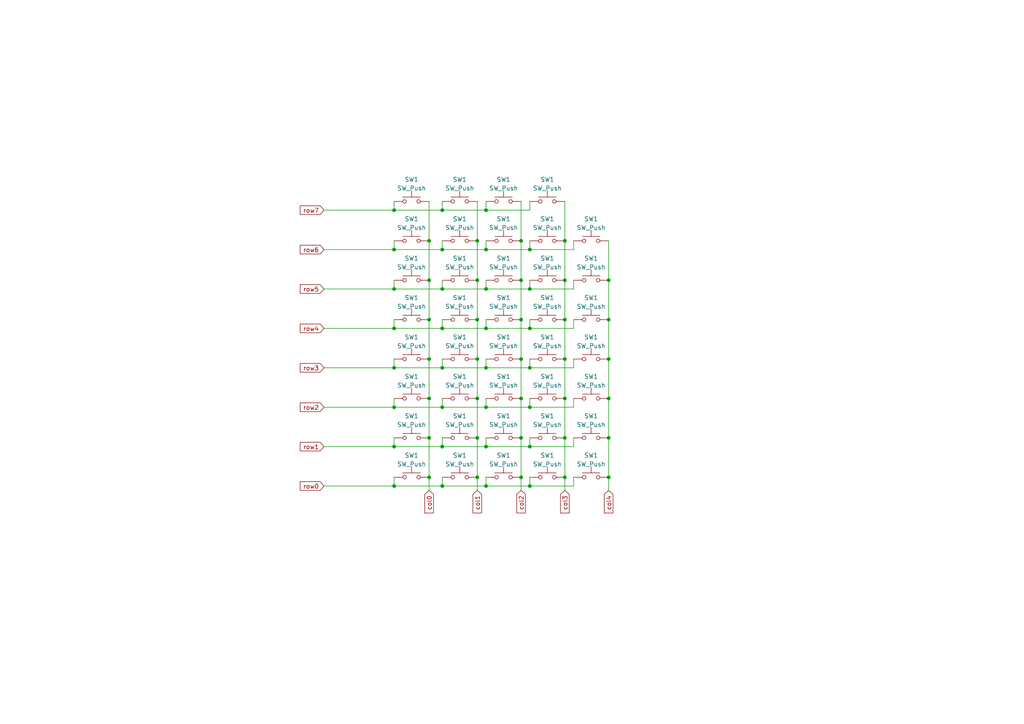
<source format=kicad_sch>
(kicad_sch (version 20230121) (generator eeschema)

  (uuid 0451cfb5-5bee-4c84-ab0e-bcae75191b85)

  (paper "A4")

  (lib_symbols
    (symbol "Switch:SW_Push" (pin_numbers hide) (pin_names (offset 1.016) hide) (in_bom yes) (on_board yes)
      (property "Reference" "SW" (at 1.27 2.54 0)
        (effects (font (size 1.27 1.27)) (justify left))
      )
      (property "Value" "SW_Push" (at 0 -1.524 0)
        (effects (font (size 1.27 1.27)))
      )
      (property "Footprint" "" (at 0 5.08 0)
        (effects (font (size 1.27 1.27)) hide)
      )
      (property "Datasheet" "~" (at 0 5.08 0)
        (effects (font (size 1.27 1.27)) hide)
      )
      (property "ki_keywords" "switch normally-open pushbutton push-button" (at 0 0 0)
        (effects (font (size 1.27 1.27)) hide)
      )
      (property "ki_description" "Push button switch, generic, two pins" (at 0 0 0)
        (effects (font (size 1.27 1.27)) hide)
      )
      (symbol "SW_Push_0_1"
        (circle (center -2.032 0) (radius 0.508)
          (stroke (width 0) (type default))
          (fill (type none))
        )
        (polyline
          (pts
            (xy 0 1.27)
            (xy 0 3.048)
          )
          (stroke (width 0) (type default))
          (fill (type none))
        )
        (polyline
          (pts
            (xy 2.54 1.27)
            (xy -2.54 1.27)
          )
          (stroke (width 0) (type default))
          (fill (type none))
        )
        (circle (center 2.032 0) (radius 0.508)
          (stroke (width 0) (type default))
          (fill (type none))
        )
        (pin passive line (at -5.08 0 0) (length 2.54)
          (name "1" (effects (font (size 1.27 1.27))))
          (number "1" (effects (font (size 1.27 1.27))))
        )
        (pin passive line (at 5.08 0 180) (length 2.54)
          (name "2" (effects (font (size 1.27 1.27))))
          (number "2" (effects (font (size 1.27 1.27))))
        )
      )
    )
  )

  (junction (at 153.67 140.97) (diameter 0) (color 0 0 0 0)
    (uuid 0290ca77-9135-4af9-888a-263ee3c17c67)
  )
  (junction (at 124.46 127) (diameter 0) (color 0 0 0 0)
    (uuid 0342843d-5d1c-4ddd-99d0-524081e1126f)
  )
  (junction (at 151.13 104.14) (diameter 0) (color 0 0 0 0)
    (uuid 0f35f68a-ab26-4703-a86e-c65d1db236c5)
  )
  (junction (at 124.46 104.14) (diameter 0) (color 0 0 0 0)
    (uuid 10498e83-9708-4c9a-9928-c879f535cc5f)
  )
  (junction (at 128.27 106.68) (diameter 0) (color 0 0 0 0)
    (uuid 16a90266-08c1-4b30-926c-d3633ae2b48a)
  )
  (junction (at 124.46 81.28) (diameter 0) (color 0 0 0 0)
    (uuid 1c658c50-3170-4d1e-9056-2115d5f8857f)
  )
  (junction (at 151.13 115.57) (diameter 0) (color 0 0 0 0)
    (uuid 1dd0252c-cef4-4b0b-8fc8-7c1b6bac482c)
  )
  (junction (at 114.3 118.11) (diameter 0) (color 0 0 0 0)
    (uuid 21a60116-d988-4b9a-83f4-ae73a101f55c)
  )
  (junction (at 151.13 127) (diameter 0) (color 0 0 0 0)
    (uuid 24baf6ac-15fa-4bac-9a46-385f38c298fd)
  )
  (junction (at 163.83 115.57) (diameter 0) (color 0 0 0 0)
    (uuid 287b6da2-2183-4437-8cc6-6a4bf2eb59f2)
  )
  (junction (at 128.27 129.54) (diameter 0) (color 0 0 0 0)
    (uuid 2a40f40e-e7bd-4673-b14a-06ba754e87a4)
  )
  (junction (at 128.27 140.97) (diameter 0) (color 0 0 0 0)
    (uuid 2ab3af4c-d2a8-46a6-bcb4-c9ed79bc256b)
  )
  (junction (at 140.97 83.82) (diameter 0) (color 0 0 0 0)
    (uuid 2ecb3c7e-8a4f-4de5-9c1f-f865e83bdbbb)
  )
  (junction (at 163.83 92.71) (diameter 0) (color 0 0 0 0)
    (uuid 2f1b9c59-86c0-4075-a473-6b7611e04763)
  )
  (junction (at 114.3 95.25) (diameter 0) (color 0 0 0 0)
    (uuid 2f9c06f3-d940-4b75-ab50-152538d61c75)
  )
  (junction (at 124.46 69.85) (diameter 0) (color 0 0 0 0)
    (uuid 30673791-1825-4795-87a6-71bba8641d87)
  )
  (junction (at 140.97 72.39) (diameter 0) (color 0 0 0 0)
    (uuid 328bdf0f-a024-4ecd-aba9-5de51c0aee97)
  )
  (junction (at 153.67 106.68) (diameter 0) (color 0 0 0 0)
    (uuid 3e559733-05dd-424e-a77d-e073c6c58e80)
  )
  (junction (at 176.53 127) (diameter 0) (color 0 0 0 0)
    (uuid 434f182e-966b-41cb-b46c-dd4fa9161178)
  )
  (junction (at 151.13 69.85) (diameter 0) (color 0 0 0 0)
    (uuid 46f87509-4dd1-4c31-9626-9c68dd0f1c73)
  )
  (junction (at 153.67 72.39) (diameter 0) (color 0 0 0 0)
    (uuid 48ecca04-3466-432c-ab85-60695b0db228)
  )
  (junction (at 140.97 95.25) (diameter 0) (color 0 0 0 0)
    (uuid 596787ec-3d44-40ef-865e-e57cc69ca9d6)
  )
  (junction (at 128.27 95.25) (diameter 0) (color 0 0 0 0)
    (uuid 682c1c11-4033-4c66-a33c-b58dbc6a4de6)
  )
  (junction (at 153.67 83.82) (diameter 0) (color 0 0 0 0)
    (uuid 6964c72d-8c24-49bb-9fab-89f39f906b94)
  )
  (junction (at 138.43 138.43) (diameter 0) (color 0 0 0 0)
    (uuid 698abbe1-a625-41f8-b76c-869e7b9a8fb3)
  )
  (junction (at 153.67 95.25) (diameter 0) (color 0 0 0 0)
    (uuid 6fa1030f-ff56-4a59-97c0-9f00fe7cd74e)
  )
  (junction (at 128.27 60.96) (diameter 0) (color 0 0 0 0)
    (uuid 6ff51dea-e781-4c58-8321-eaa3feb3be41)
  )
  (junction (at 163.83 104.14) (diameter 0) (color 0 0 0 0)
    (uuid 712cd175-503b-4c7e-8621-1b009f335f83)
  )
  (junction (at 151.13 138.43) (diameter 0) (color 0 0 0 0)
    (uuid 8751050d-a7ba-4859-a096-41aa6f0761c0)
  )
  (junction (at 140.97 129.54) (diameter 0) (color 0 0 0 0)
    (uuid 880ab085-cfd6-4dcd-ae99-1d324990a9ed)
  )
  (junction (at 140.97 106.68) (diameter 0) (color 0 0 0 0)
    (uuid 8d9ed2eb-7728-4a51-a54b-ac5272d6be02)
  )
  (junction (at 163.83 81.28) (diameter 0) (color 0 0 0 0)
    (uuid 8f54a1c5-f4fc-4ae3-9ec0-dcf656d7d745)
  )
  (junction (at 114.3 60.96) (diameter 0) (color 0 0 0 0)
    (uuid 8ffb3f9b-f5b1-400d-8377-2e6ec6107b90)
  )
  (junction (at 124.46 138.43) (diameter 0) (color 0 0 0 0)
    (uuid 9579b17b-1bd7-4b32-aa6c-1f792af73fbf)
  )
  (junction (at 153.67 118.11) (diameter 0) (color 0 0 0 0)
    (uuid 97c8b8b4-c71d-49d0-8a79-5c177670ec2c)
  )
  (junction (at 138.43 115.57) (diameter 0) (color 0 0 0 0)
    (uuid 9822a968-6ca1-4088-9185-32ebbcd783c6)
  )
  (junction (at 153.67 129.54) (diameter 0) (color 0 0 0 0)
    (uuid 99ba5ac9-5558-452f-9859-399e6e5b2b80)
  )
  (junction (at 128.27 72.39) (diameter 0) (color 0 0 0 0)
    (uuid a2c357f4-b95d-425c-84f1-5b4fb7680a17)
  )
  (junction (at 176.53 92.71) (diameter 0) (color 0 0 0 0)
    (uuid b1204f11-4b08-4058-bcb7-6eab41146b8c)
  )
  (junction (at 128.27 83.82) (diameter 0) (color 0 0 0 0)
    (uuid b19f9d4e-e93b-4f7c-9269-419689b04a8d)
  )
  (junction (at 163.83 69.85) (diameter 0) (color 0 0 0 0)
    (uuid b4b72aae-3418-471d-85e9-41228b571445)
  )
  (junction (at 176.53 138.43) (diameter 0) (color 0 0 0 0)
    (uuid b60b9036-672f-4a9b-9d73-dd3309ecc270)
  )
  (junction (at 176.53 115.57) (diameter 0) (color 0 0 0 0)
    (uuid ba577978-19b2-438a-98fe-156e52a9ce38)
  )
  (junction (at 138.43 104.14) (diameter 0) (color 0 0 0 0)
    (uuid bba77d97-b806-4a01-9908-86d8554702d9)
  )
  (junction (at 124.46 92.71) (diameter 0) (color 0 0 0 0)
    (uuid be8627c8-bd73-44c1-a941-2c88463da5b4)
  )
  (junction (at 128.27 118.11) (diameter 0) (color 0 0 0 0)
    (uuid c542acbc-1ed4-4f81-b78b-10451d95bdf2)
  )
  (junction (at 176.53 81.28) (diameter 0) (color 0 0 0 0)
    (uuid c62513a1-42fe-43bb-bd0b-2871eb046f4f)
  )
  (junction (at 114.3 129.54) (diameter 0) (color 0 0 0 0)
    (uuid c9d3c54d-c173-48b1-923a-a9bd82982d8d)
  )
  (junction (at 140.97 60.96) (diameter 0) (color 0 0 0 0)
    (uuid ccb96276-45f2-40ad-9c6f-e1647393ab9d)
  )
  (junction (at 140.97 118.11) (diameter 0) (color 0 0 0 0)
    (uuid d5233833-ef8d-45cd-b5ab-a31423364f29)
  )
  (junction (at 114.3 106.68) (diameter 0) (color 0 0 0 0)
    (uuid d6311199-af12-452b-8a8c-8db650e1ba81)
  )
  (junction (at 176.53 104.14) (diameter 0) (color 0 0 0 0)
    (uuid d79ff43a-d69b-4684-ac4a-cd3ea639eb74)
  )
  (junction (at 163.83 138.43) (diameter 0) (color 0 0 0 0)
    (uuid d9cdd186-5185-4047-9033-913a46f8c6f2)
  )
  (junction (at 138.43 127) (diameter 0) (color 0 0 0 0)
    (uuid dc0b237a-2c17-4b09-a0bf-4a10777bdc23)
  )
  (junction (at 140.97 140.97) (diameter 0) (color 0 0 0 0)
    (uuid e3b7f503-63a3-429f-a3a4-32ec9349e4ae)
  )
  (junction (at 114.3 140.97) (diameter 0) (color 0 0 0 0)
    (uuid e53798d4-42e7-4bfe-a0c2-4d3e790c2229)
  )
  (junction (at 151.13 81.28) (diameter 0) (color 0 0 0 0)
    (uuid e80abcb9-9542-4cd0-ac14-4e07369867fe)
  )
  (junction (at 163.83 127) (diameter 0) (color 0 0 0 0)
    (uuid e9b505a9-dcb7-499f-b7d4-8ae3726662c3)
  )
  (junction (at 138.43 81.28) (diameter 0) (color 0 0 0 0)
    (uuid eb890362-5b97-4728-8235-6bd6d58e2dd6)
  )
  (junction (at 151.13 92.71) (diameter 0) (color 0 0 0 0)
    (uuid ec85435b-7b53-4058-a9fa-3d0c7f28d185)
  )
  (junction (at 114.3 83.82) (diameter 0) (color 0 0 0 0)
    (uuid eca9c57f-0efc-499b-8e63-47354759c9b1)
  )
  (junction (at 138.43 69.85) (diameter 0) (color 0 0 0 0)
    (uuid f2baf9bb-7dd1-43a4-a0fa-876bbd20e4c6)
  )
  (junction (at 138.43 92.71) (diameter 0) (color 0 0 0 0)
    (uuid fe7c2b7a-8c15-42ba-bda9-5a1547d9845a)
  )
  (junction (at 124.46 115.57) (diameter 0) (color 0 0 0 0)
    (uuid fea6c9af-1cb9-430e-bb36-67510bf38e1f)
  )
  (junction (at 114.3 72.39) (diameter 0) (color 0 0 0 0)
    (uuid ff70b02a-af8e-4ea9-9e53-c5319e0ec720)
  )

  (wire (pts (xy 153.67 69.85) (xy 153.67 72.39))
    (stroke (width 0) (type default))
    (uuid 006734d2-7630-4b3a-b6cd-82ca2dc02ce4)
  )
  (wire (pts (xy 153.67 83.82) (xy 166.37 83.82))
    (stroke (width 0) (type default))
    (uuid 00b80838-b6ac-4627-b182-b6760e434f46)
  )
  (wire (pts (xy 114.3 92.71) (xy 114.3 95.25))
    (stroke (width 0) (type default))
    (uuid 01cf02b3-a034-4f2d-bc99-48fb0bbe07e6)
  )
  (wire (pts (xy 93.98 118.11) (xy 114.3 118.11))
    (stroke (width 0) (type default))
    (uuid 024af5e8-4018-404d-b47d-564240bc06bc)
  )
  (wire (pts (xy 153.67 104.14) (xy 153.67 106.68))
    (stroke (width 0) (type default))
    (uuid 05309f1c-eec2-423b-ad17-05fd194fae12)
  )
  (wire (pts (xy 114.3 83.82) (xy 128.27 83.82))
    (stroke (width 0) (type default))
    (uuid 07c0bcdc-d5e2-412a-bef0-a9b950de5a83)
  )
  (wire (pts (xy 151.13 58.42) (xy 151.13 69.85))
    (stroke (width 0) (type default))
    (uuid 0879de66-e650-4563-9604-866322772f01)
  )
  (wire (pts (xy 114.3 72.39) (xy 128.27 72.39))
    (stroke (width 0) (type default))
    (uuid 0d34e34b-9c33-4b11-bc5c-eec3e10ae4a9)
  )
  (wire (pts (xy 140.97 118.11) (xy 153.67 118.11))
    (stroke (width 0) (type default))
    (uuid 0e0fa003-639a-4062-9eab-bd7bdf052086)
  )
  (wire (pts (xy 176.53 69.85) (xy 176.53 81.28))
    (stroke (width 0) (type default))
    (uuid 143384d5-47ff-45d9-9b6d-e4ac44b342e0)
  )
  (wire (pts (xy 128.27 127) (xy 128.27 129.54))
    (stroke (width 0) (type default))
    (uuid 16c86368-df68-421a-a6dc-4d6ccec5d368)
  )
  (wire (pts (xy 140.97 69.85) (xy 140.97 72.39))
    (stroke (width 0) (type default))
    (uuid 16f08c9f-11ab-4ab6-8ec8-d36cdb75317c)
  )
  (wire (pts (xy 114.3 127) (xy 114.3 129.54))
    (stroke (width 0) (type default))
    (uuid 176e2f61-5438-4720-b64b-f6c6764a65a7)
  )
  (wire (pts (xy 166.37 104.14) (xy 166.37 106.68))
    (stroke (width 0) (type default))
    (uuid 1a582abd-e6b8-4e81-9d14-487e8d391244)
  )
  (wire (pts (xy 128.27 129.54) (xy 140.97 129.54))
    (stroke (width 0) (type default))
    (uuid 1d252746-19d3-4460-b03f-75d007e5bc2f)
  )
  (wire (pts (xy 140.97 106.68) (xy 153.67 106.68))
    (stroke (width 0) (type default))
    (uuid 1e663309-0768-41da-8958-ae3b599cda97)
  )
  (wire (pts (xy 93.98 95.25) (xy 114.3 95.25))
    (stroke (width 0) (type default))
    (uuid 20226984-1291-4529-80a7-9a3105be2b99)
  )
  (wire (pts (xy 163.83 115.57) (xy 163.83 127))
    (stroke (width 0) (type default))
    (uuid 259c1fcd-3dfd-4656-9ea9-cfed69b0c401)
  )
  (wire (pts (xy 163.83 92.71) (xy 163.83 104.14))
    (stroke (width 0) (type default))
    (uuid 267500d1-d5cf-4990-95e3-a3069f7d7981)
  )
  (wire (pts (xy 176.53 92.71) (xy 176.53 104.14))
    (stroke (width 0) (type default))
    (uuid 29477f23-da47-4102-abc7-5738355c9b5a)
  )
  (wire (pts (xy 163.83 138.43) (xy 163.83 142.24))
    (stroke (width 0) (type default))
    (uuid 2aa0fbb4-fbf2-4a28-8633-af982eb9fb76)
  )
  (wire (pts (xy 114.3 138.43) (xy 114.3 140.97))
    (stroke (width 0) (type default))
    (uuid 2af1493e-cc6c-45a5-bfc2-5d5b4fc62cda)
  )
  (wire (pts (xy 140.97 127) (xy 140.97 129.54))
    (stroke (width 0) (type default))
    (uuid 2cb5aa7f-e10e-435b-86f2-3ca0f7a3ad07)
  )
  (wire (pts (xy 153.67 140.97) (xy 166.37 140.97))
    (stroke (width 0) (type default))
    (uuid 2db0914d-b9e4-4137-b01b-62d2b2e26570)
  )
  (wire (pts (xy 163.83 69.85) (xy 163.83 81.28))
    (stroke (width 0) (type default))
    (uuid 2dee5b8c-a26e-4638-97b8-3ce307f87c47)
  )
  (wire (pts (xy 124.46 138.43) (xy 124.46 142.24))
    (stroke (width 0) (type default))
    (uuid 2e581b5b-1d8a-4f6b-a28a-c53a2e1a5375)
  )
  (wire (pts (xy 128.27 115.57) (xy 128.27 118.11))
    (stroke (width 0) (type default))
    (uuid 2e8aec8f-e9dc-4af2-bc4a-e6c55743ffe6)
  )
  (wire (pts (xy 140.97 95.25) (xy 153.67 95.25))
    (stroke (width 0) (type default))
    (uuid 3000ed8d-d9a4-4fdb-8db4-10d746755ff9)
  )
  (wire (pts (xy 140.97 92.71) (xy 140.97 95.25))
    (stroke (width 0) (type default))
    (uuid 32e1ccd1-ac9b-4ce7-97a7-a380f86fcfc2)
  )
  (wire (pts (xy 124.46 115.57) (xy 124.46 127))
    (stroke (width 0) (type default))
    (uuid 34466d46-fc2c-4d1c-afd4-aaa49710345c)
  )
  (wire (pts (xy 124.46 58.42) (xy 124.46 69.85))
    (stroke (width 0) (type default))
    (uuid 37773953-5249-4f9b-a49f-2e15c99a53d2)
  )
  (wire (pts (xy 176.53 138.43) (xy 176.53 142.24))
    (stroke (width 0) (type default))
    (uuid 3aeffc37-9f70-44be-a181-7ee58f9aeac2)
  )
  (wire (pts (xy 140.97 104.14) (xy 140.97 106.68))
    (stroke (width 0) (type default))
    (uuid 3b52795c-272b-45bb-b65c-fd30285ea50d)
  )
  (wire (pts (xy 138.43 69.85) (xy 138.43 81.28))
    (stroke (width 0) (type default))
    (uuid 3c01dc88-3f8f-41e4-924c-9bb4eee01c60)
  )
  (wire (pts (xy 124.46 81.28) (xy 124.46 92.71))
    (stroke (width 0) (type default))
    (uuid 3d1fe6f9-1cd0-4b36-bfab-26e40b149aac)
  )
  (wire (pts (xy 124.46 69.85) (xy 124.46 81.28))
    (stroke (width 0) (type default))
    (uuid 3f82d506-9641-4aea-b76e-e2ce01f3df12)
  )
  (wire (pts (xy 166.37 115.57) (xy 166.37 118.11))
    (stroke (width 0) (type default))
    (uuid 3f8a6ede-b689-4464-8a7b-e56602f3d52c)
  )
  (wire (pts (xy 93.98 106.68) (xy 114.3 106.68))
    (stroke (width 0) (type default))
    (uuid 444e5c3f-8a3e-446c-9574-7ca38636d76d)
  )
  (wire (pts (xy 153.67 72.39) (xy 166.37 72.39))
    (stroke (width 0) (type default))
    (uuid 48c3f117-fd0b-4006-8383-8ae139e48b46)
  )
  (wire (pts (xy 128.27 104.14) (xy 128.27 106.68))
    (stroke (width 0) (type default))
    (uuid 48f83106-8663-43f6-8a8f-91334fcbf279)
  )
  (wire (pts (xy 128.27 138.43) (xy 128.27 140.97))
    (stroke (width 0) (type default))
    (uuid 493c9f84-cc6c-4d80-b300-ae5cb686a643)
  )
  (wire (pts (xy 138.43 104.14) (xy 138.43 115.57))
    (stroke (width 0) (type default))
    (uuid 4a3dc950-bcce-4496-ab63-9619e133a205)
  )
  (wire (pts (xy 140.97 60.96) (xy 153.67 60.96))
    (stroke (width 0) (type default))
    (uuid 4c21d43e-6747-4676-b9db-70f29a470415)
  )
  (wire (pts (xy 166.37 81.28) (xy 166.37 83.82))
    (stroke (width 0) (type default))
    (uuid 516b1817-1d0d-44e3-a459-c62c6ff3cfac)
  )
  (wire (pts (xy 151.13 92.71) (xy 151.13 104.14))
    (stroke (width 0) (type default))
    (uuid 557d2a84-4f4c-4e6b-ba26-767acd76fed1)
  )
  (wire (pts (xy 153.67 118.11) (xy 166.37 118.11))
    (stroke (width 0) (type default))
    (uuid 55ebcf0d-1bee-400a-9191-40bec648ce48)
  )
  (wire (pts (xy 114.3 140.97) (xy 128.27 140.97))
    (stroke (width 0) (type default))
    (uuid 56e60e24-d7f8-4c8a-8671-af8537f9cae9)
  )
  (wire (pts (xy 176.53 81.28) (xy 176.53 92.71))
    (stroke (width 0) (type default))
    (uuid 58a2a1cc-89b9-4c87-8d91-aee2b8306ccf)
  )
  (wire (pts (xy 128.27 106.68) (xy 140.97 106.68))
    (stroke (width 0) (type default))
    (uuid 597fb64d-c507-4ecf-9d97-093bf9404310)
  )
  (wire (pts (xy 138.43 127) (xy 138.43 138.43))
    (stroke (width 0) (type default))
    (uuid 5cbee367-5f1f-4698-b426-d09a3ea35964)
  )
  (wire (pts (xy 93.98 129.54) (xy 114.3 129.54))
    (stroke (width 0) (type default))
    (uuid 5e5e27d0-34ce-483b-a62d-e291e2504d57)
  )
  (wire (pts (xy 128.27 72.39) (xy 140.97 72.39))
    (stroke (width 0) (type default))
    (uuid 639ff4bb-0e3b-4542-9f6a-b7acd7f92904)
  )
  (wire (pts (xy 151.13 127) (xy 151.13 138.43))
    (stroke (width 0) (type default))
    (uuid 651b1507-0503-4ca5-bc32-d1f035b27c25)
  )
  (wire (pts (xy 151.13 81.28) (xy 151.13 92.71))
    (stroke (width 0) (type default))
    (uuid 66a3abfc-2996-4e3e-89ae-e71a8be5d554)
  )
  (wire (pts (xy 140.97 72.39) (xy 153.67 72.39))
    (stroke (width 0) (type default))
    (uuid 68f474af-f053-4729-b4d5-b88eec4c2ccd)
  )
  (wire (pts (xy 153.67 92.71) (xy 153.67 95.25))
    (stroke (width 0) (type default))
    (uuid 6dd69c16-c090-4236-bd36-010cb1d4ed66)
  )
  (wire (pts (xy 163.83 104.14) (xy 163.83 115.57))
    (stroke (width 0) (type default))
    (uuid 731bae38-bb34-46b5-90d7-238d8a5f7387)
  )
  (wire (pts (xy 114.3 58.42) (xy 114.3 60.96))
    (stroke (width 0) (type default))
    (uuid 74a8f76b-e187-4241-bd18-511c6bc6700e)
  )
  (wire (pts (xy 93.98 72.39) (xy 114.3 72.39))
    (stroke (width 0) (type default))
    (uuid 753c92e1-5dcc-4962-bb32-6e49ab0803f0)
  )
  (wire (pts (xy 151.13 138.43) (xy 151.13 142.24))
    (stroke (width 0) (type default))
    (uuid 7c6710ff-b5a6-437e-b2e2-fdf00a86fff0)
  )
  (wire (pts (xy 166.37 138.43) (xy 166.37 140.97))
    (stroke (width 0) (type default))
    (uuid 7eb39051-596b-4fdb-8261-010079f991f8)
  )
  (wire (pts (xy 138.43 92.71) (xy 138.43 104.14))
    (stroke (width 0) (type default))
    (uuid 7fc32223-f065-4e34-b977-b8f6c848eaa5)
  )
  (wire (pts (xy 151.13 104.14) (xy 151.13 115.57))
    (stroke (width 0) (type default))
    (uuid 85e1f3ab-0302-45b8-b38e-c9e039a8abac)
  )
  (wire (pts (xy 114.3 69.85) (xy 114.3 72.39))
    (stroke (width 0) (type default))
    (uuid 86a22b2d-4c79-496f-977b-3869d3933448)
  )
  (wire (pts (xy 128.27 60.96) (xy 140.97 60.96))
    (stroke (width 0) (type default))
    (uuid 87107953-baaa-43ec-a35a-a3dce803e2b2)
  )
  (wire (pts (xy 114.3 118.11) (xy 128.27 118.11))
    (stroke (width 0) (type default))
    (uuid 8de4985e-39c6-4e0f-a3e5-b697194f2d64)
  )
  (wire (pts (xy 140.97 140.97) (xy 153.67 140.97))
    (stroke (width 0) (type default))
    (uuid 8dea97dd-969d-4a4f-9c11-22aaa278832e)
  )
  (wire (pts (xy 124.46 92.71) (xy 124.46 104.14))
    (stroke (width 0) (type default))
    (uuid 8ef3a2e8-d8ef-4619-b5fa-ae1d976f5ecf)
  )
  (wire (pts (xy 138.43 138.43) (xy 138.43 142.24))
    (stroke (width 0) (type default))
    (uuid 94205349-7f6e-4fcd-93d6-8df8291e5bf6)
  )
  (wire (pts (xy 140.97 58.42) (xy 140.97 60.96))
    (stroke (width 0) (type default))
    (uuid 9ccd1a87-08cb-424f-8667-d64a70c0c557)
  )
  (wire (pts (xy 138.43 115.57) (xy 138.43 127))
    (stroke (width 0) (type default))
    (uuid 9dc5fa2b-770a-422f-8744-dd7fb3a98153)
  )
  (wire (pts (xy 140.97 138.43) (xy 140.97 140.97))
    (stroke (width 0) (type default))
    (uuid 9f37277b-5c96-4ddd-a32d-311309dc217d)
  )
  (wire (pts (xy 114.3 106.68) (xy 128.27 106.68))
    (stroke (width 0) (type default))
    (uuid a1264a40-7e7b-4afc-b738-b53e4549c626)
  )
  (wire (pts (xy 138.43 81.28) (xy 138.43 92.71))
    (stroke (width 0) (type default))
    (uuid a20f021c-df51-4eac-9e74-174148c7a875)
  )
  (wire (pts (xy 128.27 140.97) (xy 140.97 140.97))
    (stroke (width 0) (type default))
    (uuid a30038d1-8f27-47a0-9415-42415750f6a6)
  )
  (wire (pts (xy 153.67 127) (xy 153.67 129.54))
    (stroke (width 0) (type default))
    (uuid a39c6a15-d841-49e3-b157-a3cb73843675)
  )
  (wire (pts (xy 176.53 115.57) (xy 176.53 127))
    (stroke (width 0) (type default))
    (uuid a3e9ad0d-2a9b-4726-b1f7-5c7f701695da)
  )
  (wire (pts (xy 166.37 127) (xy 166.37 129.54))
    (stroke (width 0) (type default))
    (uuid a415f9e1-5dc8-4d00-bb3b-bb29f6166a5e)
  )
  (wire (pts (xy 93.98 60.96) (xy 114.3 60.96))
    (stroke (width 0) (type default))
    (uuid a71409b0-e375-42a3-9765-accb4a2fc117)
  )
  (wire (pts (xy 128.27 81.28) (xy 128.27 83.82))
    (stroke (width 0) (type default))
    (uuid a804e086-1670-44d5-846d-6aad69002fd8)
  )
  (wire (pts (xy 114.3 60.96) (xy 128.27 60.96))
    (stroke (width 0) (type default))
    (uuid a9eb4fef-cbd3-467a-8af0-2b63d00eb69d)
  )
  (wire (pts (xy 128.27 118.11) (xy 140.97 118.11))
    (stroke (width 0) (type default))
    (uuid ae772d5c-99b3-4ab6-a91b-84bb11eb69c3)
  )
  (wire (pts (xy 163.83 58.42) (xy 163.83 69.85))
    (stroke (width 0) (type default))
    (uuid ae8fc7ab-7a56-4d55-b2b2-d64c52bb0d51)
  )
  (wire (pts (xy 153.67 81.28) (xy 153.67 83.82))
    (stroke (width 0) (type default))
    (uuid b031eaa2-9a7e-4a43-b013-7a16c2f31bfa)
  )
  (wire (pts (xy 128.27 95.25) (xy 140.97 95.25))
    (stroke (width 0) (type default))
    (uuid b41558bf-b39a-48b8-b5af-d56908027ec8)
  )
  (wire (pts (xy 140.97 129.54) (xy 153.67 129.54))
    (stroke (width 0) (type default))
    (uuid b46b85b6-9a4b-486a-bdbc-9239bf3ebb9d)
  )
  (wire (pts (xy 114.3 129.54) (xy 128.27 129.54))
    (stroke (width 0) (type default))
    (uuid b78ca9ff-9236-4542-b30e-db817fb4eb59)
  )
  (wire (pts (xy 163.83 81.28) (xy 163.83 92.71))
    (stroke (width 0) (type default))
    (uuid b7ad7fbe-0c9d-4b8d-9747-6d9d02e6bbd7)
  )
  (wire (pts (xy 166.37 92.71) (xy 166.37 95.25))
    (stroke (width 0) (type default))
    (uuid b9f7dff8-bba0-4abd-b642-bb8e4a03bcc1)
  )
  (wire (pts (xy 176.53 127) (xy 176.53 138.43))
    (stroke (width 0) (type default))
    (uuid bca1459b-c75b-48af-a34c-f77fd53e0adb)
  )
  (wire (pts (xy 153.67 138.43) (xy 153.67 140.97))
    (stroke (width 0) (type default))
    (uuid c245248c-4542-4190-b4cd-a21c073a0d3d)
  )
  (wire (pts (xy 163.83 127) (xy 163.83 138.43))
    (stroke (width 0) (type default))
    (uuid c4043e50-901c-4745-87b3-a2a09cbdfe04)
  )
  (wire (pts (xy 140.97 83.82) (xy 153.67 83.82))
    (stroke (width 0) (type default))
    (uuid c8c4a866-fa7e-4dba-aa05-384aca45dce2)
  )
  (wire (pts (xy 140.97 81.28) (xy 140.97 83.82))
    (stroke (width 0) (type default))
    (uuid ca39ede0-cd61-4113-aa86-08a7560f76a3)
  )
  (wire (pts (xy 114.3 104.14) (xy 114.3 106.68))
    (stroke (width 0) (type default))
    (uuid ce39cca3-6d98-40fa-a74e-b0cf92e6e9df)
  )
  (wire (pts (xy 140.97 115.57) (xy 140.97 118.11))
    (stroke (width 0) (type default))
    (uuid ce9df499-746f-47ad-b314-31e04ef4e3a7)
  )
  (wire (pts (xy 93.98 83.82) (xy 114.3 83.82))
    (stroke (width 0) (type default))
    (uuid d0a1e2a7-cf74-4f8e-a1de-197fead94bdb)
  )
  (wire (pts (xy 124.46 104.14) (xy 124.46 115.57))
    (stroke (width 0) (type default))
    (uuid d63ca00b-13a0-47c2-88e7-ccab7bd691c0)
  )
  (wire (pts (xy 153.67 115.57) (xy 153.67 118.11))
    (stroke (width 0) (type default))
    (uuid daccf155-94f7-455e-a52f-e6b97f8df39f)
  )
  (wire (pts (xy 114.3 81.28) (xy 114.3 83.82))
    (stroke (width 0) (type default))
    (uuid dd57be83-fd11-41b7-94dc-098bee34924d)
  )
  (wire (pts (xy 176.53 104.14) (xy 176.53 115.57))
    (stroke (width 0) (type default))
    (uuid df0cc9cb-0749-4fd6-a522-72d090b8862d)
  )
  (wire (pts (xy 128.27 92.71) (xy 128.27 95.25))
    (stroke (width 0) (type default))
    (uuid e07745a1-0cfe-4750-8a31-ab5dadc4606c)
  )
  (wire (pts (xy 128.27 58.42) (xy 128.27 60.96))
    (stroke (width 0) (type default))
    (uuid e1c1cae2-6205-479f-948c-25c1d239567d)
  )
  (wire (pts (xy 151.13 69.85) (xy 151.13 81.28))
    (stroke (width 0) (type default))
    (uuid e351f811-4efc-402e-b2fb-40e9e82f38ed)
  )
  (wire (pts (xy 114.3 115.57) (xy 114.3 118.11))
    (stroke (width 0) (type default))
    (uuid e3e54d5a-1f75-47ff-ba24-853406ab5910)
  )
  (wire (pts (xy 153.67 106.68) (xy 166.37 106.68))
    (stroke (width 0) (type default))
    (uuid e61aacbd-4647-4a90-9376-9eb546336c5e)
  )
  (wire (pts (xy 128.27 69.85) (xy 128.27 72.39))
    (stroke (width 0) (type default))
    (uuid e6dd81a3-7b72-4bf1-9ff5-cf5a05e35d84)
  )
  (wire (pts (xy 153.67 58.42) (xy 153.67 60.96))
    (stroke (width 0) (type default))
    (uuid e946a016-620e-4ca0-9392-71b04430a5ea)
  )
  (wire (pts (xy 138.43 58.42) (xy 138.43 69.85))
    (stroke (width 0) (type default))
    (uuid ea75cc08-40ba-4434-86a1-87cde4c770c4)
  )
  (wire (pts (xy 128.27 83.82) (xy 140.97 83.82))
    (stroke (width 0) (type default))
    (uuid eba75e39-e59b-4bdb-ac58-053410841c5d)
  )
  (wire (pts (xy 166.37 69.85) (xy 166.37 72.39))
    (stroke (width 0) (type default))
    (uuid ef885697-a0a9-46e4-96b8-bb682c726936)
  )
  (wire (pts (xy 153.67 129.54) (xy 166.37 129.54))
    (stroke (width 0) (type default))
    (uuid f5ad78a0-0357-4f9a-a328-6f673dca7ff6)
  )
  (wire (pts (xy 114.3 95.25) (xy 128.27 95.25))
    (stroke (width 0) (type default))
    (uuid f7758ba6-1bba-4854-a0c9-2274bc12235d)
  )
  (wire (pts (xy 124.46 127) (xy 124.46 138.43))
    (stroke (width 0) (type default))
    (uuid f79fedf2-6029-432d-a8a3-b7afeadb097f)
  )
  (wire (pts (xy 93.98 140.97) (xy 114.3 140.97))
    (stroke (width 0) (type default))
    (uuid f8e39b18-3231-49cd-9459-c36c9480d7bd)
  )
  (wire (pts (xy 153.67 95.25) (xy 166.37 95.25))
    (stroke (width 0) (type default))
    (uuid f959396b-f5fc-4326-88b5-583000e99f6d)
  )
  (wire (pts (xy 151.13 115.57) (xy 151.13 127))
    (stroke (width 0) (type default))
    (uuid fa3b2608-7232-41de-b9b3-44821b0a2a9c)
  )

  (global_label "col1" (shape input) (at 138.43 142.24 270) (fields_autoplaced)
    (effects (font (size 1.27 1.27)) (justify right))
    (uuid 05caf06a-7fa9-46e1-bcb4-36383621c799)
    (property "Intersheetrefs" "${INTERSHEET_REFS}" (at 138.43 149.2581 90)
      (effects (font (size 1.27 1.27)) (justify right) hide)
    )
  )
  (global_label "row5" (shape input) (at 93.98 83.82 180) (fields_autoplaced)
    (effects (font (size 1.27 1.27)) (justify right))
    (uuid 16c4c151-567a-482e-ae3d-320805f99647)
    (property "Intersheetrefs" "${INTERSHEET_REFS}" (at 86.599 83.82 0)
      (effects (font (size 1.27 1.27)) (justify right) hide)
    )
  )
  (global_label "row3" (shape input) (at 93.98 106.68 180) (fields_autoplaced)
    (effects (font (size 1.27 1.27)) (justify right))
    (uuid 1f4aca8f-55e0-4ca7-a654-2f0b414e5aec)
    (property "Intersheetrefs" "${INTERSHEET_REFS}" (at 86.599 106.68 0)
      (effects (font (size 1.27 1.27)) (justify right) hide)
    )
  )
  (global_label "col0" (shape input) (at 124.46 142.24 270) (fields_autoplaced)
    (effects (font (size 1.27 1.27)) (justify right))
    (uuid 231f569e-3ea5-49f0-9480-ce6c01ede862)
    (property "Intersheetrefs" "${INTERSHEET_REFS}" (at 124.46 149.2581 90)
      (effects (font (size 1.27 1.27)) (justify right) hide)
    )
  )
  (global_label "row0" (shape input) (at 93.98 140.97 180) (fields_autoplaced)
    (effects (font (size 1.27 1.27)) (justify right))
    (uuid 5905d6eb-344b-462a-abf3-c1d890b7ff07)
    (property "Intersheetrefs" "${INTERSHEET_REFS}" (at 86.599 140.97 0)
      (effects (font (size 1.27 1.27)) (justify right) hide)
    )
  )
  (global_label "row1" (shape input) (at 93.98 129.54 180) (fields_autoplaced)
    (effects (font (size 1.27 1.27)) (justify right))
    (uuid 60fc4408-e0cb-4b83-b253-b2a85bd1b5e5)
    (property "Intersheetrefs" "${INTERSHEET_REFS}" (at 86.599 129.54 0)
      (effects (font (size 1.27 1.27)) (justify right) hide)
    )
  )
  (global_label "col3" (shape input) (at 163.83 142.24 270) (fields_autoplaced)
    (effects (font (size 1.27 1.27)) (justify right))
    (uuid 779263f9-0c07-4034-aec9-129d18c91a27)
    (property "Intersheetrefs" "${INTERSHEET_REFS}" (at 163.83 149.2581 90)
      (effects (font (size 1.27 1.27)) (justify right) hide)
    )
  )
  (global_label "row6" (shape input) (at 93.98 72.39 180) (fields_autoplaced)
    (effects (font (size 1.27 1.27)) (justify right))
    (uuid 8d807034-afd5-4979-8f1f-9599a430b4c4)
    (property "Intersheetrefs" "${INTERSHEET_REFS}" (at 86.599 72.39 0)
      (effects (font (size 1.27 1.27)) (justify right) hide)
    )
  )
  (global_label "row7" (shape input) (at 93.98 60.96 180) (fields_autoplaced)
    (effects (font (size 1.27 1.27)) (justify right))
    (uuid 8ed08c94-568a-4a4b-92df-d9327c5e93c9)
    (property "Intersheetrefs" "${INTERSHEET_REFS}" (at 86.599 60.96 0)
      (effects (font (size 1.27 1.27)) (justify right) hide)
    )
  )
  (global_label "col4" (shape input) (at 176.53 142.24 270) (fields_autoplaced)
    (effects (font (size 1.27 1.27)) (justify right))
    (uuid ac62133f-0c2e-4a86-9ddd-830425eeccf3)
    (property "Intersheetrefs" "${INTERSHEET_REFS}" (at 176.53 149.2581 90)
      (effects (font (size 1.27 1.27)) (justify right) hide)
    )
  )
  (global_label "row2" (shape input) (at 93.98 118.11 180) (fields_autoplaced)
    (effects (font (size 1.27 1.27)) (justify right))
    (uuid b34bb9e8-3567-4cc0-a040-4ecfba9b6c28)
    (property "Intersheetrefs" "${INTERSHEET_REFS}" (at 86.599 118.11 0)
      (effects (font (size 1.27 1.27)) (justify right) hide)
    )
  )
  (global_label "col2" (shape input) (at 151.13 142.24 270) (fields_autoplaced)
    (effects (font (size 1.27 1.27)) (justify right))
    (uuid ce1caf1c-0950-4e41-bc67-737e6d9eb99d)
    (property "Intersheetrefs" "${INTERSHEET_REFS}" (at 151.13 149.2581 90)
      (effects (font (size 1.27 1.27)) (justify right) hide)
    )
  )
  (global_label "row4" (shape input) (at 93.98 95.25 180) (fields_autoplaced)
    (effects (font (size 1.27 1.27)) (justify right))
    (uuid d60bdc17-9922-49c7-9000-03d777a96855)
    (property "Intersheetrefs" "${INTERSHEET_REFS}" (at 86.599 95.25 0)
      (effects (font (size 1.27 1.27)) (justify right) hide)
    )
  )

  (symbol (lib_id "Switch:SW_Push") (at 158.75 58.42 0) (unit 1)
    (in_bom yes) (on_board yes) (dnp no) (fields_autoplaced)
    (uuid 02f78e3e-82c5-4491-ba2f-343e83e22894)
    (property "Reference" "SW1" (at 158.75 52.07 0)
      (effects (font (size 1.27 1.27)))
    )
    (property "Value" "SW_Push" (at 158.75 54.61 0)
      (effects (font (size 1.27 1.27)))
    )
    (property "Footprint" "Button_Switch_THT:SW_PUSH-12mm" (at 158.75 53.34 0)
      (effects (font (size 1.27 1.27)) hide)
    )
    (property "Datasheet" "~" (at 158.75 53.34 0)
      (effects (font (size 1.27 1.27)) hide)
    )
    (pin "1" (uuid ef801c10-7234-4548-a3d5-cd720b5fc821))
    (pin "2" (uuid 1a8b7ab7-9153-4b2a-b7da-c5190ff10235))
    (instances
      (project "fina"
        (path "/93ab398d-2bc1-43d1-95ca-7ee2f6642cb4"
          (reference "SW1") (unit 1)
        )
        (path "/93ab398d-2bc1-43d1-95ca-7ee2f6642cb4/41e40da5-c26d-4e78-96f7-dc36a550a0ca"
          (reference "SW39") (unit 1)
        )
      )
    )
  )

  (symbol (lib_id "Switch:SW_Push") (at 119.38 58.42 0) (unit 1)
    (in_bom yes) (on_board yes) (dnp no) (fields_autoplaced)
    (uuid 0ad5a781-c779-43f5-a805-989783e00671)
    (property "Reference" "SW1" (at 119.38 52.07 0)
      (effects (font (size 1.27 1.27)))
    )
    (property "Value" "SW_Push" (at 119.38 54.61 0)
      (effects (font (size 1.27 1.27)))
    )
    (property "Footprint" "Button_Switch_THT:SW_PUSH-12mm" (at 119.38 53.34 0)
      (effects (font (size 1.27 1.27)) hide)
    )
    (property "Datasheet" "~" (at 119.38 53.34 0)
      (effects (font (size 1.27 1.27)) hide)
    )
    (pin "1" (uuid 0aff6b95-5aa1-4ed8-999b-ca9f83b3a594))
    (pin "2" (uuid ff196fe5-4e27-4709-a534-fcb937b9921a))
    (instances
      (project "fina"
        (path "/93ab398d-2bc1-43d1-95ca-7ee2f6642cb4"
          (reference "SW1") (unit 1)
        )
        (path "/93ab398d-2bc1-43d1-95ca-7ee2f6642cb4/41e40da5-c26d-4e78-96f7-dc36a550a0ca"
          (reference "SW36") (unit 1)
        )
      )
    )
  )

  (symbol (lib_id "Switch:SW_Push") (at 146.05 81.28 0) (unit 1)
    (in_bom yes) (on_board yes) (dnp no) (fields_autoplaced)
    (uuid 0e043ac1-ff50-40e4-adb9-7cc79eec6bae)
    (property "Reference" "SW1" (at 146.05 74.93 0)
      (effects (font (size 1.27 1.27)))
    )
    (property "Value" "SW_Push" (at 146.05 77.47 0)
      (effects (font (size 1.27 1.27)))
    )
    (property "Footprint" "Button_Switch_THT:SW_PUSH-12mm" (at 146.05 76.2 0)
      (effects (font (size 1.27 1.27)) hide)
    )
    (property "Datasheet" "~" (at 146.05 76.2 0)
      (effects (font (size 1.27 1.27)) hide)
    )
    (pin "1" (uuid 3cf22d67-0fbe-4492-9b04-69a8fb18d327))
    (pin "2" (uuid ba0ea383-95d0-4c4b-bae5-cef14451decf))
    (instances
      (project "fina"
        (path "/93ab398d-2bc1-43d1-95ca-7ee2f6642cb4"
          (reference "SW1") (unit 1)
        )
        (path "/93ab398d-2bc1-43d1-95ca-7ee2f6642cb4/41e40da5-c26d-4e78-96f7-dc36a550a0ca"
          (reference "SW28") (unit 1)
        )
      )
    )
  )

  (symbol (lib_id "Switch:SW_Push") (at 158.75 81.28 0) (unit 1)
    (in_bom yes) (on_board yes) (dnp no) (fields_autoplaced)
    (uuid 209d3c70-05e7-4373-b030-b1e69daa3ff2)
    (property "Reference" "SW1" (at 158.75 74.93 0)
      (effects (font (size 1.27 1.27)))
    )
    (property "Value" "SW_Push" (at 158.75 77.47 0)
      (effects (font (size 1.27 1.27)))
    )
    (property "Footprint" "Button_Switch_THT:SW_PUSH-12mm" (at 158.75 76.2 0)
      (effects (font (size 1.27 1.27)) hide)
    )
    (property "Datasheet" "~" (at 158.75 76.2 0)
      (effects (font (size 1.27 1.27)) hide)
    )
    (pin "1" (uuid 0795fe03-3bed-43c1-84b4-7060ebf32343))
    (pin "2" (uuid 8d8864c8-3a11-4d50-bddb-6cf11d8083c1))
    (instances
      (project "fina"
        (path "/93ab398d-2bc1-43d1-95ca-7ee2f6642cb4"
          (reference "SW1") (unit 1)
        )
        (path "/93ab398d-2bc1-43d1-95ca-7ee2f6642cb4/41e40da5-c26d-4e78-96f7-dc36a550a0ca"
          (reference "SW29") (unit 1)
        )
      )
    )
  )

  (symbol (lib_id "Switch:SW_Push") (at 133.35 81.28 0) (unit 1)
    (in_bom yes) (on_board yes) (dnp no) (fields_autoplaced)
    (uuid 20a61769-6280-477b-9983-63cf4089d1b0)
    (property "Reference" "SW1" (at 133.35 74.93 0)
      (effects (font (size 1.27 1.27)))
    )
    (property "Value" "SW_Push" (at 133.35 77.47 0)
      (effects (font (size 1.27 1.27)))
    )
    (property "Footprint" "Button_Switch_THT:SW_PUSH-12mm" (at 133.35 76.2 0)
      (effects (font (size 1.27 1.27)) hide)
    )
    (property "Datasheet" "~" (at 133.35 76.2 0)
      (effects (font (size 1.27 1.27)) hide)
    )
    (pin "1" (uuid 10115176-6358-4d02-b1ec-5b3e23da8976))
    (pin "2" (uuid 479fee5d-3566-44c9-8f45-5e27b65de163))
    (instances
      (project "fina"
        (path "/93ab398d-2bc1-43d1-95ca-7ee2f6642cb4"
          (reference "SW1") (unit 1)
        )
        (path "/93ab398d-2bc1-43d1-95ca-7ee2f6642cb4/41e40da5-c26d-4e78-96f7-dc36a550a0ca"
          (reference "SW27") (unit 1)
        )
      )
    )
  )

  (symbol (lib_id "Switch:SW_Push") (at 158.75 69.85 0) (unit 1)
    (in_bom yes) (on_board yes) (dnp no) (fields_autoplaced)
    (uuid 26d11b41-86e6-4685-813b-8627452d7b2c)
    (property "Reference" "SW1" (at 158.75 63.5 0)
      (effects (font (size 1.27 1.27)))
    )
    (property "Value" "SW_Push" (at 158.75 66.04 0)
      (effects (font (size 1.27 1.27)))
    )
    (property "Footprint" "Button_Switch_THT:SW_PUSH-12mm" (at 158.75 64.77 0)
      (effects (font (size 1.27 1.27)) hide)
    )
    (property "Datasheet" "~" (at 158.75 64.77 0)
      (effects (font (size 1.27 1.27)) hide)
    )
    (pin "1" (uuid c6e18c5d-26ed-4394-8e1f-ba0675fa8301))
    (pin "2" (uuid 10c2786a-7806-42c9-9275-485caa87619e))
    (instances
      (project "fina"
        (path "/93ab398d-2bc1-43d1-95ca-7ee2f6642cb4"
          (reference "SW1") (unit 1)
        )
        (path "/93ab398d-2bc1-43d1-95ca-7ee2f6642cb4/41e40da5-c26d-4e78-96f7-dc36a550a0ca"
          (reference "SW34") (unit 1)
        )
      )
    )
  )

  (symbol (lib_id "Switch:SW_Push") (at 146.05 115.57 0) (unit 1)
    (in_bom yes) (on_board yes) (dnp no) (fields_autoplaced)
    (uuid 2be11ab5-368e-45cd-ad77-c01f9427f9d2)
    (property "Reference" "SW1" (at 146.05 109.22 0)
      (effects (font (size 1.27 1.27)))
    )
    (property "Value" "SW_Push" (at 146.05 111.76 0)
      (effects (font (size 1.27 1.27)))
    )
    (property "Footprint" "Button_Switch_THT:SW_PUSH-12mm" (at 146.05 110.49 0)
      (effects (font (size 1.27 1.27)) hide)
    )
    (property "Datasheet" "~" (at 146.05 110.49 0)
      (effects (font (size 1.27 1.27)) hide)
    )
    (pin "1" (uuid 2480fb68-13ff-4657-9e4d-9631ba13ec32))
    (pin "2" (uuid 3734891e-1955-4d7a-87f9-bf4fe4a19b1b))
    (instances
      (project "fina"
        (path "/93ab398d-2bc1-43d1-95ca-7ee2f6642cb4"
          (reference "SW1") (unit 1)
        )
        (path "/93ab398d-2bc1-43d1-95ca-7ee2f6642cb4/41e40da5-c26d-4e78-96f7-dc36a550a0ca"
          (reference "SW13") (unit 1)
        )
      )
    )
  )

  (symbol (lib_id "Switch:SW_Push") (at 158.75 138.43 0) (unit 1)
    (in_bom yes) (on_board yes) (dnp no) (fields_autoplaced)
    (uuid 347d92af-d31c-42ea-9572-72ce0b493af1)
    (property "Reference" "SW1" (at 158.75 132.08 0)
      (effects (font (size 1.27 1.27)))
    )
    (property "Value" "SW_Push" (at 158.75 134.62 0)
      (effects (font (size 1.27 1.27)))
    )
    (property "Footprint" "Button_Switch_THT:SW_PUSH-12mm" (at 158.75 133.35 0)
      (effects (font (size 1.27 1.27)) hide)
    )
    (property "Datasheet" "~" (at 158.75 133.35 0)
      (effects (font (size 1.27 1.27)) hide)
    )
    (pin "1" (uuid 26fc41bf-a885-4942-8edb-f85637aa90fb))
    (pin "2" (uuid 274f5a67-b8ee-4bc8-a2e7-1bed65db59c4))
    (instances
      (project "fina"
        (path "/93ab398d-2bc1-43d1-95ca-7ee2f6642cb4"
          (reference "SW1") (unit 1)
        )
        (path "/93ab398d-2bc1-43d1-95ca-7ee2f6642cb4/41e40da5-c26d-4e78-96f7-dc36a550a0ca"
          (reference "SW4") (unit 1)
        )
      )
    )
  )

  (symbol (lib_id "Switch:SW_Push") (at 146.05 58.42 0) (unit 1)
    (in_bom yes) (on_board yes) (dnp no) (fields_autoplaced)
    (uuid 35832982-3d06-43c3-b273-af0e2aed594c)
    (property "Reference" "SW1" (at 146.05 52.07 0)
      (effects (font (size 1.27 1.27)))
    )
    (property "Value" "SW_Push" (at 146.05 54.61 0)
      (effects (font (size 1.27 1.27)))
    )
    (property "Footprint" "Button_Switch_THT:SW_PUSH-12mm" (at 146.05 53.34 0)
      (effects (font (size 1.27 1.27)) hide)
    )
    (property "Datasheet" "~" (at 146.05 53.34 0)
      (effects (font (size 1.27 1.27)) hide)
    )
    (pin "1" (uuid 6d8f25a1-03f4-4f00-af8d-df4eabc59d08))
    (pin "2" (uuid 80cbbf3e-330f-4b6f-9a6a-5e4f3ca87b54))
    (instances
      (project "fina"
        (path "/93ab398d-2bc1-43d1-95ca-7ee2f6642cb4"
          (reference "SW1") (unit 1)
        )
        (path "/93ab398d-2bc1-43d1-95ca-7ee2f6642cb4/41e40da5-c26d-4e78-96f7-dc36a550a0ca"
          (reference "SW38") (unit 1)
        )
      )
    )
  )

  (symbol (lib_id "Switch:SW_Push") (at 158.75 127 0) (unit 1)
    (in_bom yes) (on_board yes) (dnp no) (fields_autoplaced)
    (uuid 3bc1174e-f585-4aae-b157-3f1b1e09964c)
    (property "Reference" "SW1" (at 158.75 120.65 0)
      (effects (font (size 1.27 1.27)))
    )
    (property "Value" "SW_Push" (at 158.75 123.19 0)
      (effects (font (size 1.27 1.27)))
    )
    (property "Footprint" "Button_Switch_THT:SW_PUSH-12mm" (at 158.75 121.92 0)
      (effects (font (size 1.27 1.27)) hide)
    )
    (property "Datasheet" "~" (at 158.75 121.92 0)
      (effects (font (size 1.27 1.27)) hide)
    )
    (pin "1" (uuid 2dc02231-1de7-4c3c-b1c3-5df7c3257a34))
    (pin "2" (uuid 679abc55-7157-45df-9ba1-e08dfaa236c3))
    (instances
      (project "fina"
        (path "/93ab398d-2bc1-43d1-95ca-7ee2f6642cb4"
          (reference "SW1") (unit 1)
        )
        (path "/93ab398d-2bc1-43d1-95ca-7ee2f6642cb4/41e40da5-c26d-4e78-96f7-dc36a550a0ca"
          (reference "SW9") (unit 1)
        )
      )
    )
  )

  (symbol (lib_id "Switch:SW_Push") (at 119.38 104.14 0) (unit 1)
    (in_bom yes) (on_board yes) (dnp no) (fields_autoplaced)
    (uuid 3d514904-6974-45c2-a6bf-48a53092ce2a)
    (property "Reference" "SW1" (at 119.38 97.79 0)
      (effects (font (size 1.27 1.27)))
    )
    (property "Value" "SW_Push" (at 119.38 100.33 0)
      (effects (font (size 1.27 1.27)))
    )
    (property "Footprint" "Button_Switch_THT:SW_PUSH-12mm" (at 119.38 99.06 0)
      (effects (font (size 1.27 1.27)) hide)
    )
    (property "Datasheet" "~" (at 119.38 99.06 0)
      (effects (font (size 1.27 1.27)) hide)
    )
    (pin "1" (uuid bb2fc16b-83ad-4a05-b23b-c456bce557bb))
    (pin "2" (uuid 5956493f-1359-4a2e-b6aa-2f883b8f8b46))
    (instances
      (project "fina"
        (path "/93ab398d-2bc1-43d1-95ca-7ee2f6642cb4"
          (reference "SW1") (unit 1)
        )
        (path "/93ab398d-2bc1-43d1-95ca-7ee2f6642cb4/41e40da5-c26d-4e78-96f7-dc36a550a0ca"
          (reference "SW16") (unit 1)
        )
      )
    )
  )

  (symbol (lib_id "Switch:SW_Push") (at 158.75 92.71 0) (unit 1)
    (in_bom yes) (on_board yes) (dnp no) (fields_autoplaced)
    (uuid 3e7a9096-1cf6-4d8c-bc36-7e37e5ff131b)
    (property "Reference" "SW1" (at 158.75 86.36 0)
      (effects (font (size 1.27 1.27)))
    )
    (property "Value" "SW_Push" (at 158.75 88.9 0)
      (effects (font (size 1.27 1.27)))
    )
    (property "Footprint" "Button_Switch_THT:SW_PUSH-12mm" (at 158.75 87.63 0)
      (effects (font (size 1.27 1.27)) hide)
    )
    (property "Datasheet" "~" (at 158.75 87.63 0)
      (effects (font (size 1.27 1.27)) hide)
    )
    (pin "1" (uuid c3a0b635-a854-4ebb-a49a-ed95b4365039))
    (pin "2" (uuid 064052a9-ee71-4147-8eca-71a3ddcf8ee5))
    (instances
      (project "fina"
        (path "/93ab398d-2bc1-43d1-95ca-7ee2f6642cb4"
          (reference "SW1") (unit 1)
        )
        (path "/93ab398d-2bc1-43d1-95ca-7ee2f6642cb4/41e40da5-c26d-4e78-96f7-dc36a550a0ca"
          (reference "SW24") (unit 1)
        )
      )
    )
  )

  (symbol (lib_id "Switch:SW_Push") (at 133.35 104.14 0) (unit 1)
    (in_bom yes) (on_board yes) (dnp no) (fields_autoplaced)
    (uuid 3f74e586-16b7-4c03-a68a-6ecd78fed5bc)
    (property "Reference" "SW1" (at 133.35 97.79 0)
      (effects (font (size 1.27 1.27)))
    )
    (property "Value" "SW_Push" (at 133.35 100.33 0)
      (effects (font (size 1.27 1.27)))
    )
    (property "Footprint" "Button_Switch_THT:SW_PUSH-12mm" (at 133.35 99.06 0)
      (effects (font (size 1.27 1.27)) hide)
    )
    (property "Datasheet" "~" (at 133.35 99.06 0)
      (effects (font (size 1.27 1.27)) hide)
    )
    (pin "1" (uuid 2f61a78a-d26c-4f70-858f-f6d765c072cd))
    (pin "2" (uuid ad377ad6-4e2d-49be-8c27-a622c73b9a2d))
    (instances
      (project "fina"
        (path "/93ab398d-2bc1-43d1-95ca-7ee2f6642cb4"
          (reference "SW1") (unit 1)
        )
        (path "/93ab398d-2bc1-43d1-95ca-7ee2f6642cb4/41e40da5-c26d-4e78-96f7-dc36a550a0ca"
          (reference "SW17") (unit 1)
        )
      )
    )
  )

  (symbol (lib_id "Switch:SW_Push") (at 133.35 138.43 0) (unit 1)
    (in_bom yes) (on_board yes) (dnp no) (fields_autoplaced)
    (uuid 4869bfaf-55fc-4617-8894-6c3c53a7ca26)
    (property "Reference" "SW1" (at 133.35 132.08 0)
      (effects (font (size 1.27 1.27)))
    )
    (property "Value" "SW_Push" (at 133.35 134.62 0)
      (effects (font (size 1.27 1.27)))
    )
    (property "Footprint" "Button_Switch_THT:SW_PUSH-12mm" (at 133.35 133.35 0)
      (effects (font (size 1.27 1.27)) hide)
    )
    (property "Datasheet" "~" (at 133.35 133.35 0)
      (effects (font (size 1.27 1.27)) hide)
    )
    (pin "1" (uuid 304b5aba-d951-4e21-8670-d74bab83ab54))
    (pin "2" (uuid a93f5b20-2bff-40e6-afa7-6dc7422d227a))
    (instances
      (project "fina"
        (path "/93ab398d-2bc1-43d1-95ca-7ee2f6642cb4"
          (reference "SW1") (unit 1)
        )
        (path "/93ab398d-2bc1-43d1-95ca-7ee2f6642cb4/41e40da5-c26d-4e78-96f7-dc36a550a0ca"
          (reference "SW2") (unit 1)
        )
      )
    )
  )

  (symbol (lib_id "Switch:SW_Push") (at 119.38 81.28 0) (unit 1)
    (in_bom yes) (on_board yes) (dnp no) (fields_autoplaced)
    (uuid 4ad74852-a844-4444-81c2-49fb462f9517)
    (property "Reference" "SW1" (at 119.38 74.93 0)
      (effects (font (size 1.27 1.27)))
    )
    (property "Value" "SW_Push" (at 119.38 77.47 0)
      (effects (font (size 1.27 1.27)))
    )
    (property "Footprint" "Button_Switch_THT:SW_PUSH-12mm" (at 119.38 76.2 0)
      (effects (font (size 1.27 1.27)) hide)
    )
    (property "Datasheet" "~" (at 119.38 76.2 0)
      (effects (font (size 1.27 1.27)) hide)
    )
    (pin "1" (uuid 9e3bd10a-5d93-4ae9-8757-c6930ed9cc23))
    (pin "2" (uuid 810b1a0f-3ec9-43b4-a2bf-0bbb6215a2e1))
    (instances
      (project "fina"
        (path "/93ab398d-2bc1-43d1-95ca-7ee2f6642cb4"
          (reference "SW1") (unit 1)
        )
        (path "/93ab398d-2bc1-43d1-95ca-7ee2f6642cb4/41e40da5-c26d-4e78-96f7-dc36a550a0ca"
          (reference "SW26") (unit 1)
        )
      )
    )
  )

  (symbol (lib_id "Switch:SW_Push") (at 146.05 92.71 0) (unit 1)
    (in_bom yes) (on_board yes) (dnp no) (fields_autoplaced)
    (uuid 54e9b89d-da69-4e16-90af-8dc4c28103ce)
    (property "Reference" "SW1" (at 146.05 86.36 0)
      (effects (font (size 1.27 1.27)))
    )
    (property "Value" "SW_Push" (at 146.05 88.9 0)
      (effects (font (size 1.27 1.27)))
    )
    (property "Footprint" "Button_Switch_THT:SW_PUSH-12mm" (at 146.05 87.63 0)
      (effects (font (size 1.27 1.27)) hide)
    )
    (property "Datasheet" "~" (at 146.05 87.63 0)
      (effects (font (size 1.27 1.27)) hide)
    )
    (pin "1" (uuid 31cea045-3d09-466a-ba68-32c77eaa69a9))
    (pin "2" (uuid fc84a85e-4536-47d3-86ce-b835de665e89))
    (instances
      (project "fina"
        (path "/93ab398d-2bc1-43d1-95ca-7ee2f6642cb4"
          (reference "SW1") (unit 1)
        )
        (path "/93ab398d-2bc1-43d1-95ca-7ee2f6642cb4/41e40da5-c26d-4e78-96f7-dc36a550a0ca"
          (reference "SW23") (unit 1)
        )
      )
    )
  )

  (symbol (lib_id "Switch:SW_Push") (at 171.45 104.14 0) (unit 1)
    (in_bom yes) (on_board yes) (dnp no) (fields_autoplaced)
    (uuid 5eb5cce4-a4eb-458c-9228-d10c52cd7826)
    (property "Reference" "SW1" (at 171.45 97.79 0)
      (effects (font (size 1.27 1.27)))
    )
    (property "Value" "SW_Push" (at 171.45 100.33 0)
      (effects (font (size 1.27 1.27)))
    )
    (property "Footprint" "Button_Switch_THT:SW_PUSH-12mm" (at 171.45 99.06 0)
      (effects (font (size 1.27 1.27)) hide)
    )
    (property "Datasheet" "~" (at 171.45 99.06 0)
      (effects (font (size 1.27 1.27)) hide)
    )
    (pin "1" (uuid 12e83e82-cb48-481d-9356-e60c381a224b))
    (pin "2" (uuid e70c0f72-0330-4f2a-bd0a-95d579b33840))
    (instances
      (project "fina"
        (path "/93ab398d-2bc1-43d1-95ca-7ee2f6642cb4"
          (reference "SW1") (unit 1)
        )
        (path "/93ab398d-2bc1-43d1-95ca-7ee2f6642cb4/41e40da5-c26d-4e78-96f7-dc36a550a0ca"
          (reference "SW20") (unit 1)
        )
      )
    )
  )

  (symbol (lib_id "Switch:SW_Push") (at 133.35 92.71 0) (unit 1)
    (in_bom yes) (on_board yes) (dnp no) (fields_autoplaced)
    (uuid 63a3b156-4674-418e-9d7c-eea7cc928069)
    (property "Reference" "SW1" (at 133.35 86.36 0)
      (effects (font (size 1.27 1.27)))
    )
    (property "Value" "SW_Push" (at 133.35 88.9 0)
      (effects (font (size 1.27 1.27)))
    )
    (property "Footprint" "Button_Switch_THT:SW_PUSH-12mm" (at 133.35 87.63 0)
      (effects (font (size 1.27 1.27)) hide)
    )
    (property "Datasheet" "~" (at 133.35 87.63 0)
      (effects (font (size 1.27 1.27)) hide)
    )
    (pin "1" (uuid 671d9912-51d4-489a-9d69-7b63a1c227b8))
    (pin "2" (uuid 56319a3c-ea07-4ac7-9aab-09192cc16c35))
    (instances
      (project "fina"
        (path "/93ab398d-2bc1-43d1-95ca-7ee2f6642cb4"
          (reference "SW1") (unit 1)
        )
        (path "/93ab398d-2bc1-43d1-95ca-7ee2f6642cb4/41e40da5-c26d-4e78-96f7-dc36a550a0ca"
          (reference "SW22") (unit 1)
        )
      )
    )
  )

  (symbol (lib_id "Switch:SW_Push") (at 158.75 115.57 0) (unit 1)
    (in_bom yes) (on_board yes) (dnp no) (fields_autoplaced)
    (uuid 67542871-36c2-4fa6-9a88-3e9486e49d85)
    (property "Reference" "SW1" (at 158.75 109.22 0)
      (effects (font (size 1.27 1.27)))
    )
    (property "Value" "SW_Push" (at 158.75 111.76 0)
      (effects (font (size 1.27 1.27)))
    )
    (property "Footprint" "Button_Switch_THT:SW_PUSH-12mm" (at 158.75 110.49 0)
      (effects (font (size 1.27 1.27)) hide)
    )
    (property "Datasheet" "~" (at 158.75 110.49 0)
      (effects (font (size 1.27 1.27)) hide)
    )
    (pin "1" (uuid c9994241-59ec-47a2-ac19-96e16d5c18a2))
    (pin "2" (uuid 0dc8d34c-fe0c-4c27-a740-9b4f1614c99f))
    (instances
      (project "fina"
        (path "/93ab398d-2bc1-43d1-95ca-7ee2f6642cb4"
          (reference "SW1") (unit 1)
        )
        (path "/93ab398d-2bc1-43d1-95ca-7ee2f6642cb4/41e40da5-c26d-4e78-96f7-dc36a550a0ca"
          (reference "SW14") (unit 1)
        )
      )
    )
  )

  (symbol (lib_id "Switch:SW_Push") (at 133.35 115.57 0) (unit 1)
    (in_bom yes) (on_board yes) (dnp no) (fields_autoplaced)
    (uuid 67a0d014-c3f2-4b25-9539-78ca3f2eb8fb)
    (property "Reference" "SW1" (at 133.35 109.22 0)
      (effects (font (size 1.27 1.27)))
    )
    (property "Value" "SW_Push" (at 133.35 111.76 0)
      (effects (font (size 1.27 1.27)))
    )
    (property "Footprint" "Button_Switch_THT:SW_PUSH-12mm" (at 133.35 110.49 0)
      (effects (font (size 1.27 1.27)) hide)
    )
    (property "Datasheet" "~" (at 133.35 110.49 0)
      (effects (font (size 1.27 1.27)) hide)
    )
    (pin "1" (uuid 1bda5439-6519-4ec0-95d9-509f08be114d))
    (pin "2" (uuid 64bea483-fbee-49df-a89a-145fa0b51aca))
    (instances
      (project "fina"
        (path "/93ab398d-2bc1-43d1-95ca-7ee2f6642cb4"
          (reference "SW1") (unit 1)
        )
        (path "/93ab398d-2bc1-43d1-95ca-7ee2f6642cb4/41e40da5-c26d-4e78-96f7-dc36a550a0ca"
          (reference "SW12") (unit 1)
        )
      )
    )
  )

  (symbol (lib_id "Switch:SW_Push") (at 133.35 69.85 0) (unit 1)
    (in_bom yes) (on_board yes) (dnp no) (fields_autoplaced)
    (uuid 6e9c206b-860c-4075-bbcd-529c317ce605)
    (property "Reference" "SW1" (at 133.35 63.5 0)
      (effects (font (size 1.27 1.27)))
    )
    (property "Value" "SW_Push" (at 133.35 66.04 0)
      (effects (font (size 1.27 1.27)))
    )
    (property "Footprint" "Button_Switch_THT:SW_PUSH-12mm" (at 133.35 64.77 0)
      (effects (font (size 1.27 1.27)) hide)
    )
    (property "Datasheet" "~" (at 133.35 64.77 0)
      (effects (font (size 1.27 1.27)) hide)
    )
    (pin "1" (uuid b86daa9f-c09f-4471-ac03-c6983e957ba0))
    (pin "2" (uuid bf84f4cc-4221-4bd0-81b3-12e918e7cd06))
    (instances
      (project "fina"
        (path "/93ab398d-2bc1-43d1-95ca-7ee2f6642cb4"
          (reference "SW1") (unit 1)
        )
        (path "/93ab398d-2bc1-43d1-95ca-7ee2f6642cb4/41e40da5-c26d-4e78-96f7-dc36a550a0ca"
          (reference "SW32") (unit 1)
        )
      )
    )
  )

  (symbol (lib_id "Switch:SW_Push") (at 146.05 127 0) (unit 1)
    (in_bom yes) (on_board yes) (dnp no) (fields_autoplaced)
    (uuid 7b4ddf52-5d5a-465b-94a3-fc765f5a52c3)
    (property "Reference" "SW1" (at 146.05 120.65 0)
      (effects (font (size 1.27 1.27)))
    )
    (property "Value" "SW_Push" (at 146.05 123.19 0)
      (effects (font (size 1.27 1.27)))
    )
    (property "Footprint" "Button_Switch_THT:SW_PUSH-12mm" (at 146.05 121.92 0)
      (effects (font (size 1.27 1.27)) hide)
    )
    (property "Datasheet" "~" (at 146.05 121.92 0)
      (effects (font (size 1.27 1.27)) hide)
    )
    (pin "1" (uuid d981f323-4a87-4f1c-98b9-8c0a36b91e4d))
    (pin "2" (uuid 57da7fa1-89bf-482c-a0af-fe372dd431f4))
    (instances
      (project "fina"
        (path "/93ab398d-2bc1-43d1-95ca-7ee2f6642cb4"
          (reference "SW1") (unit 1)
        )
        (path "/93ab398d-2bc1-43d1-95ca-7ee2f6642cb4/41e40da5-c26d-4e78-96f7-dc36a550a0ca"
          (reference "SW8") (unit 1)
        )
      )
    )
  )

  (symbol (lib_id "Switch:SW_Push") (at 171.45 127 0) (unit 1)
    (in_bom yes) (on_board yes) (dnp no) (fields_autoplaced)
    (uuid 8415c58a-0717-4882-9c36-037b06d5ec25)
    (property "Reference" "SW1" (at 171.45 120.65 0)
      (effects (font (size 1.27 1.27)))
    )
    (property "Value" "SW_Push" (at 171.45 123.19 0)
      (effects (font (size 1.27 1.27)))
    )
    (property "Footprint" "Button_Switch_THT:SW_PUSH-12mm" (at 171.45 121.92 0)
      (effects (font (size 1.27 1.27)) hide)
    )
    (property "Datasheet" "~" (at 171.45 121.92 0)
      (effects (font (size 1.27 1.27)) hide)
    )
    (pin "1" (uuid 584fdac4-4e3d-4519-a21f-42d4fb779d8e))
    (pin "2" (uuid 21d397d5-807a-4e78-8cb6-728e873e1513))
    (instances
      (project "fina"
        (path "/93ab398d-2bc1-43d1-95ca-7ee2f6642cb4"
          (reference "SW1") (unit 1)
        )
        (path "/93ab398d-2bc1-43d1-95ca-7ee2f6642cb4/41e40da5-c26d-4e78-96f7-dc36a550a0ca"
          (reference "SW10") (unit 1)
        )
      )
    )
  )

  (symbol (lib_id "Switch:SW_Push") (at 119.38 138.43 0) (unit 1)
    (in_bom yes) (on_board yes) (dnp no) (fields_autoplaced)
    (uuid 84cebb67-4feb-4bc2-b393-5a4a6b08406e)
    (property "Reference" "SW1" (at 119.38 132.08 0)
      (effects (font (size 1.27 1.27)))
    )
    (property "Value" "SW_Push" (at 119.38 134.62 0)
      (effects (font (size 1.27 1.27)))
    )
    (property "Footprint" "Button_Switch_THT:SW_PUSH-12mm" (at 119.38 133.35 0)
      (effects (font (size 1.27 1.27)) hide)
    )
    (property "Datasheet" "~" (at 119.38 133.35 0)
      (effects (font (size 1.27 1.27)) hide)
    )
    (pin "1" (uuid 7a78c070-c520-419c-8d20-70367b288f54))
    (pin "2" (uuid 9d5f65db-1428-4674-b5ef-56f9e2065f4e))
    (instances
      (project "fina"
        (path "/93ab398d-2bc1-43d1-95ca-7ee2f6642cb4"
          (reference "SW1") (unit 1)
        )
        (path "/93ab398d-2bc1-43d1-95ca-7ee2f6642cb4/41e40da5-c26d-4e78-96f7-dc36a550a0ca"
          (reference "SW1") (unit 1)
        )
      )
    )
  )

  (symbol (lib_id "Switch:SW_Push") (at 171.45 92.71 0) (unit 1)
    (in_bom yes) (on_board yes) (dnp no) (fields_autoplaced)
    (uuid a3aa4bfa-028a-42bd-9210-49d83811bf2d)
    (property "Reference" "SW1" (at 171.45 86.36 0)
      (effects (font (size 1.27 1.27)))
    )
    (property "Value" "SW_Push" (at 171.45 88.9 0)
      (effects (font (size 1.27 1.27)))
    )
    (property "Footprint" "Button_Switch_THT:SW_PUSH-12mm" (at 171.45 87.63 0)
      (effects (font (size 1.27 1.27)) hide)
    )
    (property "Datasheet" "~" (at 171.45 87.63 0)
      (effects (font (size 1.27 1.27)) hide)
    )
    (pin "1" (uuid 27a7cd3f-73ec-4837-b5e7-d7ea43a136b1))
    (pin "2" (uuid dc2e8eb0-7a61-422c-9f7b-619d2ad8f162))
    (instances
      (project "fina"
        (path "/93ab398d-2bc1-43d1-95ca-7ee2f6642cb4"
          (reference "SW1") (unit 1)
        )
        (path "/93ab398d-2bc1-43d1-95ca-7ee2f6642cb4/41e40da5-c26d-4e78-96f7-dc36a550a0ca"
          (reference "SW25") (unit 1)
        )
      )
    )
  )

  (symbol (lib_id "Switch:SW_Push") (at 119.38 92.71 0) (unit 1)
    (in_bom yes) (on_board yes) (dnp no) (fields_autoplaced)
    (uuid abc28c5f-7e3d-4753-a823-acb370e031b0)
    (property "Reference" "SW1" (at 119.38 86.36 0)
      (effects (font (size 1.27 1.27)))
    )
    (property "Value" "SW_Push" (at 119.38 88.9 0)
      (effects (font (size 1.27 1.27)))
    )
    (property "Footprint" "Button_Switch_THT:SW_PUSH-12mm" (at 119.38 87.63 0)
      (effects (font (size 1.27 1.27)) hide)
    )
    (property "Datasheet" "~" (at 119.38 87.63 0)
      (effects (font (size 1.27 1.27)) hide)
    )
    (pin "1" (uuid 597d5315-a690-4512-b819-649c2a96bba9))
    (pin "2" (uuid ad95347c-9269-427e-88be-e0286000288c))
    (instances
      (project "fina"
        (path "/93ab398d-2bc1-43d1-95ca-7ee2f6642cb4"
          (reference "SW1") (unit 1)
        )
        (path "/93ab398d-2bc1-43d1-95ca-7ee2f6642cb4/41e40da5-c26d-4e78-96f7-dc36a550a0ca"
          (reference "SW21") (unit 1)
        )
      )
    )
  )

  (symbol (lib_id "Switch:SW_Push") (at 133.35 58.42 0) (unit 1)
    (in_bom yes) (on_board yes) (dnp no) (fields_autoplaced)
    (uuid b27f19d0-49f2-45a7-b081-77cc5390fbd5)
    (property "Reference" "SW1" (at 133.35 52.07 0)
      (effects (font (size 1.27 1.27)))
    )
    (property "Value" "SW_Push" (at 133.35 54.61 0)
      (effects (font (size 1.27 1.27)))
    )
    (property "Footprint" "Button_Switch_THT:SW_PUSH-12mm" (at 133.35 53.34 0)
      (effects (font (size 1.27 1.27)) hide)
    )
    (property "Datasheet" "~" (at 133.35 53.34 0)
      (effects (font (size 1.27 1.27)) hide)
    )
    (pin "1" (uuid 971ad178-b77f-4f8a-9ae0-273954a851e8))
    (pin "2" (uuid 35d46c4a-dc5e-4b9c-a9f4-2a791671ee4b))
    (instances
      (project "fina"
        (path "/93ab398d-2bc1-43d1-95ca-7ee2f6642cb4"
          (reference "SW1") (unit 1)
        )
        (path "/93ab398d-2bc1-43d1-95ca-7ee2f6642cb4/41e40da5-c26d-4e78-96f7-dc36a550a0ca"
          (reference "SW37") (unit 1)
        )
      )
    )
  )

  (symbol (lib_id "Switch:SW_Push") (at 119.38 115.57 0) (unit 1)
    (in_bom yes) (on_board yes) (dnp no) (fields_autoplaced)
    (uuid bc8d08b0-f957-4ed4-b1b1-c462f032f007)
    (property "Reference" "SW1" (at 119.38 109.22 0)
      (effects (font (size 1.27 1.27)))
    )
    (property "Value" "SW_Push" (at 119.38 111.76 0)
      (effects (font (size 1.27 1.27)))
    )
    (property "Footprint" "Button_Switch_THT:SW_PUSH-12mm" (at 119.38 110.49 0)
      (effects (font (size 1.27 1.27)) hide)
    )
    (property "Datasheet" "~" (at 119.38 110.49 0)
      (effects (font (size 1.27 1.27)) hide)
    )
    (pin "1" (uuid e45e02f0-383d-43aa-bc25-c7cdcf903563))
    (pin "2" (uuid c99c1e5d-b2f9-4b0d-8f4b-211c6ade321d))
    (instances
      (project "fina"
        (path "/93ab398d-2bc1-43d1-95ca-7ee2f6642cb4"
          (reference "SW1") (unit 1)
        )
        (path "/93ab398d-2bc1-43d1-95ca-7ee2f6642cb4/41e40da5-c26d-4e78-96f7-dc36a550a0ca"
          (reference "SW11") (unit 1)
        )
      )
    )
  )

  (symbol (lib_id "Switch:SW_Push") (at 146.05 69.85 0) (unit 1)
    (in_bom yes) (on_board yes) (dnp no) (fields_autoplaced)
    (uuid c1526592-8be2-4e95-9313-160de1c97cda)
    (property "Reference" "SW1" (at 146.05 63.5 0)
      (effects (font (size 1.27 1.27)))
    )
    (property "Value" "SW_Push" (at 146.05 66.04 0)
      (effects (font (size 1.27 1.27)))
    )
    (property "Footprint" "Button_Switch_THT:SW_PUSH-12mm" (at 146.05 64.77 0)
      (effects (font (size 1.27 1.27)) hide)
    )
    (property "Datasheet" "~" (at 146.05 64.77 0)
      (effects (font (size 1.27 1.27)) hide)
    )
    (pin "1" (uuid 5182c83b-0da9-4622-9154-6c405c270776))
    (pin "2" (uuid 83c775ab-dad3-4600-b894-fe90184f587f))
    (instances
      (project "fina"
        (path "/93ab398d-2bc1-43d1-95ca-7ee2f6642cb4"
          (reference "SW1") (unit 1)
        )
        (path "/93ab398d-2bc1-43d1-95ca-7ee2f6642cb4/41e40da5-c26d-4e78-96f7-dc36a550a0ca"
          (reference "SW33") (unit 1)
        )
      )
    )
  )

  (symbol (lib_id "Switch:SW_Push") (at 158.75 104.14 0) (unit 1)
    (in_bom yes) (on_board yes) (dnp no) (fields_autoplaced)
    (uuid c269543d-5580-4e27-9df8-1dd8bf2ffdec)
    (property "Reference" "SW1" (at 158.75 97.79 0)
      (effects (font (size 1.27 1.27)))
    )
    (property "Value" "SW_Push" (at 158.75 100.33 0)
      (effects (font (size 1.27 1.27)))
    )
    (property "Footprint" "Button_Switch_THT:SW_PUSH-12mm" (at 158.75 99.06 0)
      (effects (font (size 1.27 1.27)) hide)
    )
    (property "Datasheet" "~" (at 158.75 99.06 0)
      (effects (font (size 1.27 1.27)) hide)
    )
    (pin "1" (uuid 9e121a89-d9c1-42d1-a6dc-294495778f91))
    (pin "2" (uuid 3142d904-71ab-47f1-8986-027a9ac4167f))
    (instances
      (project "fina"
        (path "/93ab398d-2bc1-43d1-95ca-7ee2f6642cb4"
          (reference "SW1") (unit 1)
        )
        (path "/93ab398d-2bc1-43d1-95ca-7ee2f6642cb4/41e40da5-c26d-4e78-96f7-dc36a550a0ca"
          (reference "SW19") (unit 1)
        )
      )
    )
  )

  (symbol (lib_id "Switch:SW_Push") (at 133.35 127 0) (unit 1)
    (in_bom yes) (on_board yes) (dnp no) (fields_autoplaced)
    (uuid c55343b3-8287-48e2-914a-5b01547241c0)
    (property "Reference" "SW1" (at 133.35 120.65 0)
      (effects (font (size 1.27 1.27)))
    )
    (property "Value" "SW_Push" (at 133.35 123.19 0)
      (effects (font (size 1.27 1.27)))
    )
    (property "Footprint" "Button_Switch_THT:SW_PUSH-12mm" (at 133.35 121.92 0)
      (effects (font (size 1.27 1.27)) hide)
    )
    (property "Datasheet" "~" (at 133.35 121.92 0)
      (effects (font (size 1.27 1.27)) hide)
    )
    (pin "1" (uuid 993eda32-cab2-421f-b3f1-d10a23955eab))
    (pin "2" (uuid 2c3b204b-f9b0-4d40-8485-eaa4a93d61e9))
    (instances
      (project "fina"
        (path "/93ab398d-2bc1-43d1-95ca-7ee2f6642cb4"
          (reference "SW1") (unit 1)
        )
        (path "/93ab398d-2bc1-43d1-95ca-7ee2f6642cb4/41e40da5-c26d-4e78-96f7-dc36a550a0ca"
          (reference "SW7") (unit 1)
        )
      )
    )
  )

  (symbol (lib_id "Switch:SW_Push") (at 171.45 81.28 0) (unit 1)
    (in_bom yes) (on_board yes) (dnp no) (fields_autoplaced)
    (uuid c8db4af8-0adb-47d8-b4ec-ec100d01b96e)
    (property "Reference" "SW1" (at 171.45 74.93 0)
      (effects (font (size 1.27 1.27)))
    )
    (property "Value" "SW_Push" (at 171.45 77.47 0)
      (effects (font (size 1.27 1.27)))
    )
    (property "Footprint" "Button_Switch_THT:SW_PUSH-12mm" (at 171.45 76.2 0)
      (effects (font (size 1.27 1.27)) hide)
    )
    (property "Datasheet" "~" (at 171.45 76.2 0)
      (effects (font (size 1.27 1.27)) hide)
    )
    (pin "1" (uuid 289e54f4-868c-459a-8d5e-9e19d154b625))
    (pin "2" (uuid 5e367438-babb-45fd-ba73-0b4619af4dac))
    (instances
      (project "fina"
        (path "/93ab398d-2bc1-43d1-95ca-7ee2f6642cb4"
          (reference "SW1") (unit 1)
        )
        (path "/93ab398d-2bc1-43d1-95ca-7ee2f6642cb4/41e40da5-c26d-4e78-96f7-dc36a550a0ca"
          (reference "SW30") (unit 1)
        )
      )
    )
  )

  (symbol (lib_id "Switch:SW_Push") (at 146.05 104.14 0) (unit 1)
    (in_bom yes) (on_board yes) (dnp no) (fields_autoplaced)
    (uuid d12052fe-ca69-4fe2-84c0-17690640e85f)
    (property "Reference" "SW1" (at 146.05 97.79 0)
      (effects (font (size 1.27 1.27)))
    )
    (property "Value" "SW_Push" (at 146.05 100.33 0)
      (effects (font (size 1.27 1.27)))
    )
    (property "Footprint" "Button_Switch_THT:SW_PUSH-12mm" (at 146.05 99.06 0)
      (effects (font (size 1.27 1.27)) hide)
    )
    (property "Datasheet" "~" (at 146.05 99.06 0)
      (effects (font (size 1.27 1.27)) hide)
    )
    (pin "1" (uuid 48848b39-fd0b-443b-b39e-eda897f359e1))
    (pin "2" (uuid d9c90cf4-2f58-4508-bb73-2ac0d920349c))
    (instances
      (project "fina"
        (path "/93ab398d-2bc1-43d1-95ca-7ee2f6642cb4"
          (reference "SW1") (unit 1)
        )
        (path "/93ab398d-2bc1-43d1-95ca-7ee2f6642cb4/41e40da5-c26d-4e78-96f7-dc36a550a0ca"
          (reference "SW18") (unit 1)
        )
      )
    )
  )

  (symbol (lib_id "Switch:SW_Push") (at 171.45 115.57 0) (unit 1)
    (in_bom yes) (on_board yes) (dnp no) (fields_autoplaced)
    (uuid df99c1a7-19c4-4265-a90c-85e2e97e79bb)
    (property "Reference" "SW1" (at 171.45 109.22 0)
      (effects (font (size 1.27 1.27)))
    )
    (property "Value" "SW_Push" (at 171.45 111.76 0)
      (effects (font (size 1.27 1.27)))
    )
    (property "Footprint" "Button_Switch_THT:SW_PUSH-12mm" (at 171.45 110.49 0)
      (effects (font (size 1.27 1.27)) hide)
    )
    (property "Datasheet" "~" (at 171.45 110.49 0)
      (effects (font (size 1.27 1.27)) hide)
    )
    (pin "1" (uuid c256fffc-e9d5-401c-8243-7ea47f953066))
    (pin "2" (uuid 51b9a697-7310-4c9d-925d-24148ab7535f))
    (instances
      (project "fina"
        (path "/93ab398d-2bc1-43d1-95ca-7ee2f6642cb4"
          (reference "SW1") (unit 1)
        )
        (path "/93ab398d-2bc1-43d1-95ca-7ee2f6642cb4/41e40da5-c26d-4e78-96f7-dc36a550a0ca"
          (reference "SW15") (unit 1)
        )
      )
    )
  )

  (symbol (lib_id "Switch:SW_Push") (at 119.38 127 0) (unit 1)
    (in_bom yes) (on_board yes) (dnp no) (fields_autoplaced)
    (uuid e193f86b-5004-47ff-83d3-47ba870a0523)
    (property "Reference" "SW1" (at 119.38 120.65 0)
      (effects (font (size 1.27 1.27)))
    )
    (property "Value" "SW_Push" (at 119.38 123.19 0)
      (effects (font (size 1.27 1.27)))
    )
    (property "Footprint" "Button_Switch_THT:SW_PUSH-12mm" (at 119.38 121.92 0)
      (effects (font (size 1.27 1.27)) hide)
    )
    (property "Datasheet" "~" (at 119.38 121.92 0)
      (effects (font (size 1.27 1.27)) hide)
    )
    (pin "1" (uuid 6bdd3a40-fc19-4d1c-91bf-9e0c84e1477b))
    (pin "2" (uuid de962dc8-e06f-48b9-8921-452196d6adc6))
    (instances
      (project "fina"
        (path "/93ab398d-2bc1-43d1-95ca-7ee2f6642cb4"
          (reference "SW1") (unit 1)
        )
        (path "/93ab398d-2bc1-43d1-95ca-7ee2f6642cb4/41e40da5-c26d-4e78-96f7-dc36a550a0ca"
          (reference "SW6") (unit 1)
        )
      )
    )
  )

  (symbol (lib_id "Switch:SW_Push") (at 119.38 69.85 0) (unit 1)
    (in_bom yes) (on_board yes) (dnp no) (fields_autoplaced)
    (uuid e5fdc1f4-bb85-4c26-b122-ce754c43d65d)
    (property "Reference" "SW1" (at 119.38 63.5 0)
      (effects (font (size 1.27 1.27)))
    )
    (property "Value" "SW_Push" (at 119.38 66.04 0)
      (effects (font (size 1.27 1.27)))
    )
    (property "Footprint" "Button_Switch_THT:SW_PUSH-12mm" (at 119.38 64.77 0)
      (effects (font (size 1.27 1.27)) hide)
    )
    (property "Datasheet" "~" (at 119.38 64.77 0)
      (effects (font (size 1.27 1.27)) hide)
    )
    (pin "1" (uuid 7f995540-b677-46f6-a26c-1f524bfda3a6))
    (pin "2" (uuid ac4c64f8-3a2e-4977-88db-d7a040c9ae40))
    (instances
      (project "fina"
        (path "/93ab398d-2bc1-43d1-95ca-7ee2f6642cb4"
          (reference "SW1") (unit 1)
        )
        (path "/93ab398d-2bc1-43d1-95ca-7ee2f6642cb4/41e40da5-c26d-4e78-96f7-dc36a550a0ca"
          (reference "SW31") (unit 1)
        )
      )
    )
  )

  (symbol (lib_id "Switch:SW_Push") (at 171.45 69.85 0) (unit 1)
    (in_bom yes) (on_board yes) (dnp no) (fields_autoplaced)
    (uuid ef16a44c-6de3-4f7c-af88-fe43bd34b760)
    (property "Reference" "SW1" (at 171.45 63.5 0)
      (effects (font (size 1.27 1.27)))
    )
    (property "Value" "SW_Push" (at 171.45 66.04 0)
      (effects (font (size 1.27 1.27)))
    )
    (property "Footprint" "Button_Switch_THT:SW_PUSH-12mm" (at 171.45 64.77 0)
      (effects (font (size 1.27 1.27)) hide)
    )
    (property "Datasheet" "~" (at 171.45 64.77 0)
      (effects (font (size 1.27 1.27)) hide)
    )
    (pin "1" (uuid d6e849a1-b9fc-48db-b102-88d46da0d61e))
    (pin "2" (uuid 2da4553c-0179-4868-9653-d6205e7dd433))
    (instances
      (project "fina"
        (path "/93ab398d-2bc1-43d1-95ca-7ee2f6642cb4"
          (reference "SW1") (unit 1)
        )
        (path "/93ab398d-2bc1-43d1-95ca-7ee2f6642cb4/41e40da5-c26d-4e78-96f7-dc36a550a0ca"
          (reference "SW35") (unit 1)
        )
      )
    )
  )

  (symbol (lib_id "Switch:SW_Push") (at 146.05 138.43 0) (unit 1)
    (in_bom yes) (on_board yes) (dnp no) (fields_autoplaced)
    (uuid f4c8f77a-f74f-49cf-baca-c412f29c6acb)
    (property "Reference" "SW1" (at 146.05 132.08 0)
      (effects (font (size 1.27 1.27)))
    )
    (property "Value" "SW_Push" (at 146.05 134.62 0)
      (effects (font (size 1.27 1.27)))
    )
    (property "Footprint" "Button_Switch_THT:SW_PUSH-12mm" (at 146.05 133.35 0)
      (effects (font (size 1.27 1.27)) hide)
    )
    (property "Datasheet" "~" (at 146.05 133.35 0)
      (effects (font (size 1.27 1.27)) hide)
    )
    (pin "1" (uuid d0348416-f687-4f1f-9fc3-d8436394d3e0))
    (pin "2" (uuid 66b3a6f6-d095-4f3f-922a-da13a6bf6c6f))
    (instances
      (project "fina"
        (path "/93ab398d-2bc1-43d1-95ca-7ee2f6642cb4"
          (reference "SW1") (unit 1)
        )
        (path "/93ab398d-2bc1-43d1-95ca-7ee2f6642cb4/41e40da5-c26d-4e78-96f7-dc36a550a0ca"
          (reference "SW3") (unit 1)
        )
      )
    )
  )

  (symbol (lib_id "Switch:SW_Push") (at 171.45 138.43 0) (unit 1)
    (in_bom yes) (on_board yes) (dnp no) (fields_autoplaced)
    (uuid fa0f4b7e-93bb-401d-85e6-44a5ee5ba614)
    (property "Reference" "SW1" (at 171.45 132.08 0)
      (effects (font (size 1.27 1.27)))
    )
    (property "Value" "SW_Push" (at 171.45 134.62 0)
      (effects (font (size 1.27 1.27)))
    )
    (property "Footprint" "Button_Switch_THT:SW_PUSH-12mm" (at 171.45 133.35 0)
      (effects (font (size 1.27 1.27)) hide)
    )
    (property "Datasheet" "~" (at 171.45 133.35 0)
      (effects (font (size 1.27 1.27)) hide)
    )
    (pin "1" (uuid fdd49202-c639-4e99-96cc-453f4a078942))
    (pin "2" (uuid 9ee3dcee-44ca-4d6f-b144-775a5d1d289a))
    (instances
      (project "fina"
        (path "/93ab398d-2bc1-43d1-95ca-7ee2f6642cb4"
          (reference "SW1") (unit 1)
        )
        (path "/93ab398d-2bc1-43d1-95ca-7ee2f6642cb4/41e40da5-c26d-4e78-96f7-dc36a550a0ca"
          (reference "SW5") (unit 1)
        )
      )
    )
  )
)

</source>
